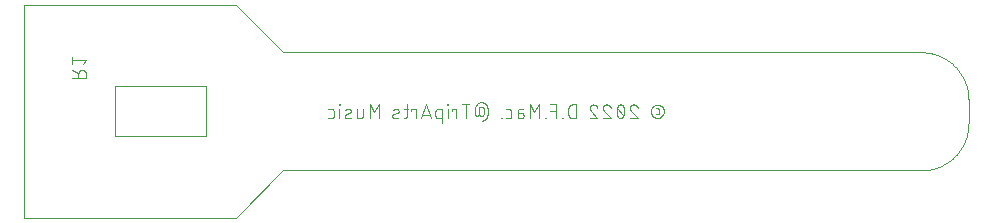
<source format=gbo>
G04 EAGLE Gerber RS-274X export*
G75*
%MOMM*%
%FSLAX34Y34*%
%LPD*%
%INSilk bottom*%
%IPPOS*%
%AMOC8*
5,1,8,0,0,1.08239X$1,22.5*%
G01*
%ADD10C,0.000000*%
%ADD11C,0.101600*%


D10*
X0Y0D02*
X180000Y0D01*
X220000Y40000D02*
X760000Y40000D01*
X760967Y40012D01*
X761933Y40047D01*
X762897Y40105D01*
X763861Y40187D01*
X764821Y40292D01*
X765780Y40420D01*
X766734Y40571D01*
X767685Y40745D01*
X768631Y40942D01*
X769573Y41162D01*
X770508Y41405D01*
X771438Y41670D01*
X772361Y41958D01*
X773276Y42268D01*
X774184Y42599D01*
X775084Y42953D01*
X775975Y43328D01*
X776856Y43725D01*
X777728Y44143D01*
X778589Y44582D01*
X779439Y45041D01*
X780278Y45521D01*
X781106Y46021D01*
X781921Y46541D01*
X782723Y47081D01*
X783511Y47639D01*
X784287Y48217D01*
X785047Y48813D01*
X785794Y49427D01*
X786525Y50060D01*
X787241Y50709D01*
X787940Y51376D01*
X788624Y52060D01*
X789291Y52759D01*
X789940Y53475D01*
X790573Y54206D01*
X791187Y54953D01*
X791783Y55713D01*
X792361Y56489D01*
X792919Y57277D01*
X793459Y58079D01*
X793979Y58894D01*
X794479Y59722D01*
X794959Y60561D01*
X795418Y61411D01*
X795857Y62272D01*
X796275Y63144D01*
X796672Y64025D01*
X797047Y64916D01*
X797401Y65816D01*
X797732Y66724D01*
X798042Y67639D01*
X798330Y68562D01*
X798595Y69492D01*
X798838Y70427D01*
X799058Y71369D01*
X799255Y72315D01*
X799429Y73266D01*
X799580Y74220D01*
X799708Y75179D01*
X799813Y76139D01*
X799895Y77103D01*
X799953Y78067D01*
X799988Y79033D01*
X800000Y80000D01*
X800000Y100000D01*
X799988Y100967D01*
X799953Y101933D01*
X799895Y102897D01*
X799813Y103861D01*
X799708Y104821D01*
X799580Y105780D01*
X799429Y106734D01*
X799255Y107685D01*
X799058Y108631D01*
X798838Y109573D01*
X798595Y110508D01*
X798330Y111438D01*
X798042Y112361D01*
X797732Y113276D01*
X797401Y114184D01*
X797047Y115084D01*
X796672Y115975D01*
X796275Y116856D01*
X795857Y117728D01*
X795418Y118589D01*
X794959Y119439D01*
X794479Y120278D01*
X793979Y121106D01*
X793459Y121921D01*
X792919Y122723D01*
X792361Y123511D01*
X791783Y124287D01*
X791187Y125047D01*
X790573Y125794D01*
X789940Y126525D01*
X789291Y127241D01*
X788624Y127940D01*
X787940Y128624D01*
X787241Y129291D01*
X786525Y129940D01*
X785794Y130573D01*
X785047Y131187D01*
X784287Y131783D01*
X783511Y132361D01*
X782723Y132919D01*
X781921Y133459D01*
X781106Y133979D01*
X780278Y134479D01*
X779439Y134959D01*
X778589Y135418D01*
X777728Y135857D01*
X776856Y136275D01*
X775975Y136672D01*
X775084Y137047D01*
X774184Y137401D01*
X773276Y137732D01*
X772361Y138042D01*
X771438Y138330D01*
X770508Y138595D01*
X769573Y138838D01*
X768631Y139058D01*
X767685Y139255D01*
X766734Y139429D01*
X765780Y139580D01*
X764821Y139708D01*
X763861Y139813D01*
X762897Y139895D01*
X761933Y139953D01*
X760967Y139988D01*
X760000Y140000D01*
X220000Y140000D01*
X180000Y180000D02*
X0Y180000D01*
X0Y0D01*
X180000Y180000D02*
X220000Y140000D01*
X220000Y40000D02*
X180000Y0D01*
D11*
X531007Y90000D02*
X531009Y90147D01*
X531015Y90294D01*
X531025Y90440D01*
X531038Y90586D01*
X531056Y90732D01*
X531077Y90878D01*
X531103Y91022D01*
X531132Y91166D01*
X531165Y91309D01*
X531201Y91452D01*
X531242Y91593D01*
X531286Y91733D01*
X531334Y91872D01*
X531386Y92009D01*
X531441Y92145D01*
X531500Y92280D01*
X531562Y92413D01*
X531628Y92544D01*
X531698Y92673D01*
X531771Y92801D01*
X531847Y92926D01*
X531927Y93050D01*
X532009Y93171D01*
X532095Y93290D01*
X532185Y93407D01*
X532277Y93521D01*
X532372Y93633D01*
X532470Y93742D01*
X532571Y93849D01*
X532675Y93953D01*
X532782Y94054D01*
X532891Y94152D01*
X533003Y94247D01*
X533117Y94339D01*
X533234Y94429D01*
X533353Y94515D01*
X533474Y94597D01*
X533598Y94677D01*
X533723Y94753D01*
X533851Y94826D01*
X533980Y94896D01*
X534111Y94962D01*
X534244Y95024D01*
X534379Y95083D01*
X534515Y95138D01*
X534652Y95190D01*
X534791Y95238D01*
X534931Y95282D01*
X535072Y95323D01*
X535215Y95359D01*
X535358Y95392D01*
X535502Y95421D01*
X535646Y95447D01*
X535792Y95468D01*
X535938Y95486D01*
X536084Y95499D01*
X536230Y95509D01*
X536377Y95515D01*
X536524Y95517D01*
X536671Y95515D01*
X536818Y95509D01*
X536964Y95499D01*
X537110Y95486D01*
X537256Y95468D01*
X537402Y95447D01*
X537546Y95421D01*
X537690Y95392D01*
X537833Y95359D01*
X537976Y95323D01*
X538117Y95282D01*
X538257Y95238D01*
X538396Y95190D01*
X538533Y95138D01*
X538669Y95083D01*
X538804Y95024D01*
X538937Y94962D01*
X539068Y94896D01*
X539197Y94826D01*
X539325Y94753D01*
X539450Y94677D01*
X539574Y94597D01*
X539695Y94515D01*
X539814Y94429D01*
X539931Y94339D01*
X540045Y94247D01*
X540157Y94152D01*
X540266Y94054D01*
X540373Y93953D01*
X540477Y93849D01*
X540578Y93742D01*
X540676Y93633D01*
X540771Y93521D01*
X540863Y93407D01*
X540953Y93290D01*
X541039Y93171D01*
X541121Y93050D01*
X541201Y92926D01*
X541277Y92801D01*
X541350Y92673D01*
X541420Y92544D01*
X541486Y92413D01*
X541548Y92280D01*
X541607Y92145D01*
X541662Y92009D01*
X541714Y91872D01*
X541762Y91733D01*
X541806Y91593D01*
X541847Y91452D01*
X541883Y91309D01*
X541916Y91166D01*
X541945Y91022D01*
X541971Y90878D01*
X541992Y90732D01*
X542010Y90586D01*
X542023Y90440D01*
X542033Y90294D01*
X542039Y90147D01*
X542041Y90000D01*
X542039Y89853D01*
X542033Y89706D01*
X542023Y89560D01*
X542010Y89414D01*
X541992Y89268D01*
X541971Y89122D01*
X541945Y88978D01*
X541916Y88834D01*
X541883Y88691D01*
X541847Y88548D01*
X541806Y88407D01*
X541762Y88267D01*
X541714Y88128D01*
X541662Y87991D01*
X541607Y87855D01*
X541548Y87720D01*
X541486Y87587D01*
X541420Y87456D01*
X541350Y87327D01*
X541277Y87199D01*
X541201Y87074D01*
X541121Y86950D01*
X541039Y86829D01*
X540953Y86710D01*
X540863Y86593D01*
X540771Y86479D01*
X540676Y86367D01*
X540578Y86258D01*
X540477Y86151D01*
X540373Y86047D01*
X540266Y85946D01*
X540157Y85848D01*
X540045Y85753D01*
X539931Y85661D01*
X539814Y85571D01*
X539695Y85485D01*
X539574Y85403D01*
X539450Y85323D01*
X539325Y85247D01*
X539197Y85174D01*
X539068Y85104D01*
X538937Y85038D01*
X538804Y84976D01*
X538669Y84917D01*
X538533Y84862D01*
X538396Y84810D01*
X538257Y84762D01*
X538117Y84718D01*
X537976Y84677D01*
X537833Y84641D01*
X537690Y84608D01*
X537546Y84579D01*
X537402Y84553D01*
X537256Y84532D01*
X537110Y84514D01*
X536964Y84501D01*
X536818Y84491D01*
X536671Y84485D01*
X536524Y84483D01*
X536377Y84485D01*
X536230Y84491D01*
X536084Y84501D01*
X535938Y84514D01*
X535792Y84532D01*
X535646Y84553D01*
X535502Y84579D01*
X535358Y84608D01*
X535215Y84641D01*
X535072Y84677D01*
X534931Y84718D01*
X534791Y84762D01*
X534652Y84810D01*
X534515Y84862D01*
X534379Y84917D01*
X534244Y84976D01*
X534111Y85038D01*
X533980Y85104D01*
X533851Y85174D01*
X533723Y85247D01*
X533598Y85323D01*
X533474Y85403D01*
X533353Y85485D01*
X533234Y85571D01*
X533117Y85661D01*
X533003Y85753D01*
X532891Y85848D01*
X532782Y85946D01*
X532675Y86047D01*
X532571Y86151D01*
X532470Y86258D01*
X532372Y86367D01*
X532277Y86479D01*
X532185Y86593D01*
X532095Y86710D01*
X532009Y86829D01*
X531927Y86950D01*
X531847Y87074D01*
X531771Y87199D01*
X531698Y87327D01*
X531628Y87456D01*
X531562Y87587D01*
X531500Y87720D01*
X531441Y87855D01*
X531386Y87991D01*
X531334Y88128D01*
X531286Y88267D01*
X531242Y88407D01*
X531201Y88548D01*
X531165Y88691D01*
X531132Y88834D01*
X531103Y88978D01*
X531077Y89122D01*
X531056Y89268D01*
X531038Y89414D01*
X531025Y89560D01*
X531015Y89706D01*
X531009Y89853D01*
X531007Y90000D01*
X535226Y87404D02*
X536849Y87404D01*
X536919Y87406D01*
X536989Y87412D01*
X537059Y87421D01*
X537128Y87434D01*
X537196Y87451D01*
X537263Y87472D01*
X537329Y87496D01*
X537394Y87524D01*
X537457Y87555D01*
X537518Y87590D01*
X537577Y87628D01*
X537635Y87669D01*
X537689Y87713D01*
X537742Y87760D01*
X537791Y87809D01*
X537838Y87862D01*
X537882Y87916D01*
X537923Y87974D01*
X537961Y88033D01*
X537996Y88094D01*
X538027Y88157D01*
X538055Y88222D01*
X538079Y88288D01*
X538100Y88355D01*
X538117Y88423D01*
X538130Y88492D01*
X538139Y88562D01*
X538145Y88632D01*
X538147Y88702D01*
X538147Y91298D01*
X538145Y91368D01*
X538139Y91438D01*
X538130Y91508D01*
X538117Y91577D01*
X538100Y91645D01*
X538079Y91712D01*
X538055Y91778D01*
X538027Y91843D01*
X537996Y91906D01*
X537961Y91967D01*
X537923Y92026D01*
X537882Y92084D01*
X537838Y92138D01*
X537791Y92191D01*
X537742Y92240D01*
X537689Y92287D01*
X537635Y92331D01*
X537577Y92372D01*
X537518Y92410D01*
X537457Y92445D01*
X537394Y92476D01*
X537329Y92504D01*
X537263Y92528D01*
X537196Y92549D01*
X537128Y92566D01*
X537059Y92579D01*
X536989Y92588D01*
X536919Y92594D01*
X536849Y92596D01*
X535226Y92596D01*
X516388Y95842D02*
X516281Y95840D01*
X516175Y95834D01*
X516069Y95824D01*
X515963Y95811D01*
X515857Y95793D01*
X515753Y95772D01*
X515649Y95747D01*
X515546Y95718D01*
X515445Y95686D01*
X515345Y95649D01*
X515246Y95609D01*
X515148Y95566D01*
X515052Y95519D01*
X514958Y95468D01*
X514866Y95414D01*
X514776Y95357D01*
X514688Y95297D01*
X514603Y95233D01*
X514520Y95166D01*
X514439Y95096D01*
X514361Y95024D01*
X514285Y94948D01*
X514213Y94870D01*
X514143Y94789D01*
X514076Y94706D01*
X514012Y94621D01*
X513952Y94533D01*
X513895Y94443D01*
X513841Y94351D01*
X513790Y94257D01*
X513743Y94161D01*
X513700Y94063D01*
X513660Y93964D01*
X513623Y93864D01*
X513591Y93763D01*
X513562Y93660D01*
X513537Y93556D01*
X513516Y93452D01*
X513498Y93346D01*
X513485Y93240D01*
X513475Y93134D01*
X513469Y93028D01*
X513467Y92921D01*
X516388Y95842D02*
X516509Y95840D01*
X516630Y95834D01*
X516750Y95824D01*
X516871Y95811D01*
X516990Y95793D01*
X517110Y95772D01*
X517228Y95747D01*
X517345Y95718D01*
X517462Y95685D01*
X517577Y95649D01*
X517691Y95608D01*
X517804Y95565D01*
X517916Y95517D01*
X518025Y95466D01*
X518133Y95411D01*
X518240Y95353D01*
X518344Y95292D01*
X518446Y95227D01*
X518546Y95159D01*
X518644Y95088D01*
X518740Y95014D01*
X518833Y94937D01*
X518923Y94856D01*
X519011Y94773D01*
X519096Y94687D01*
X519179Y94598D01*
X519258Y94507D01*
X519335Y94413D01*
X519408Y94317D01*
X519478Y94219D01*
X519545Y94118D01*
X519609Y94015D01*
X519670Y93910D01*
X519727Y93803D01*
X519780Y93695D01*
X519830Y93585D01*
X519876Y93473D01*
X519919Y93360D01*
X519958Y93245D01*
X514441Y90649D02*
X514362Y90727D01*
X514286Y90807D01*
X514213Y90890D01*
X514143Y90976D01*
X514076Y91063D01*
X514012Y91154D01*
X513952Y91246D01*
X513894Y91340D01*
X513840Y91437D01*
X513790Y91535D01*
X513743Y91635D01*
X513699Y91736D01*
X513659Y91839D01*
X513623Y91944D01*
X513591Y92049D01*
X513562Y92156D01*
X513537Y92263D01*
X513515Y92372D01*
X513498Y92481D01*
X513484Y92590D01*
X513475Y92700D01*
X513469Y92811D01*
X513467Y92921D01*
X514440Y90649D02*
X519958Y84158D01*
X513467Y84158D01*
X508528Y90000D02*
X508525Y90230D01*
X508517Y90460D01*
X508503Y90689D01*
X508484Y90918D01*
X508459Y91147D01*
X508429Y91375D01*
X508394Y91602D01*
X508353Y91828D01*
X508307Y92053D01*
X508255Y92277D01*
X508198Y92500D01*
X508136Y92721D01*
X508068Y92941D01*
X507995Y93159D01*
X507917Y93375D01*
X507834Y93589D01*
X507746Y93802D01*
X507653Y94012D01*
X507554Y94219D01*
X507521Y94309D01*
X507485Y94398D01*
X507445Y94486D01*
X507401Y94571D01*
X507354Y94655D01*
X507304Y94737D01*
X507250Y94817D01*
X507194Y94894D01*
X507134Y94970D01*
X507071Y95043D01*
X507006Y95113D01*
X506937Y95181D01*
X506866Y95245D01*
X506793Y95307D01*
X506717Y95366D01*
X506639Y95422D01*
X506558Y95475D01*
X506476Y95524D01*
X506392Y95570D01*
X506305Y95613D01*
X506218Y95652D01*
X506128Y95688D01*
X506038Y95720D01*
X505946Y95748D01*
X505853Y95773D01*
X505759Y95794D01*
X505665Y95811D01*
X505570Y95825D01*
X505474Y95834D01*
X505378Y95840D01*
X505282Y95842D01*
X505186Y95840D01*
X505090Y95834D01*
X504994Y95825D01*
X504899Y95811D01*
X504805Y95794D01*
X504711Y95773D01*
X504618Y95748D01*
X504526Y95720D01*
X504436Y95688D01*
X504346Y95652D01*
X504259Y95613D01*
X504172Y95570D01*
X504088Y95524D01*
X504006Y95475D01*
X503925Y95422D01*
X503847Y95366D01*
X503771Y95307D01*
X503698Y95245D01*
X503627Y95181D01*
X503558Y95113D01*
X503493Y95043D01*
X503430Y94970D01*
X503370Y94895D01*
X503314Y94817D01*
X503260Y94737D01*
X503210Y94655D01*
X503163Y94571D01*
X503120Y94486D01*
X503079Y94398D01*
X503043Y94309D01*
X503010Y94219D01*
X503011Y94219D02*
X502912Y94011D01*
X502819Y93801D01*
X502731Y93589D01*
X502648Y93375D01*
X502570Y93158D01*
X502497Y92940D01*
X502429Y92721D01*
X502367Y92499D01*
X502310Y92277D01*
X502258Y92053D01*
X502212Y91828D01*
X502171Y91602D01*
X502136Y91374D01*
X502106Y91147D01*
X502081Y90918D01*
X502062Y90689D01*
X502048Y90460D01*
X502040Y90230D01*
X502037Y90000D01*
X508528Y90000D02*
X508525Y89770D01*
X508517Y89540D01*
X508503Y89311D01*
X508484Y89082D01*
X508459Y88853D01*
X508429Y88625D01*
X508394Y88398D01*
X508353Y88172D01*
X508307Y87947D01*
X508255Y87723D01*
X508198Y87500D01*
X508136Y87279D01*
X508068Y87059D01*
X507995Y86841D01*
X507917Y86625D01*
X507834Y86411D01*
X507746Y86199D01*
X507653Y85988D01*
X507554Y85781D01*
X507521Y85691D01*
X507485Y85602D01*
X507444Y85514D01*
X507401Y85429D01*
X507354Y85345D01*
X507304Y85263D01*
X507250Y85183D01*
X507194Y85106D01*
X507134Y85030D01*
X507071Y84957D01*
X507006Y84887D01*
X506937Y84819D01*
X506866Y84755D01*
X506793Y84693D01*
X506717Y84634D01*
X506639Y84578D01*
X506558Y84525D01*
X506476Y84476D01*
X506392Y84430D01*
X506305Y84387D01*
X506218Y84348D01*
X506128Y84312D01*
X506038Y84280D01*
X505946Y84252D01*
X505853Y84227D01*
X505759Y84206D01*
X505665Y84189D01*
X505570Y84175D01*
X505474Y84166D01*
X505378Y84160D01*
X505282Y84158D01*
X503011Y85781D02*
X502912Y85988D01*
X502819Y86199D01*
X502731Y86411D01*
X502648Y86625D01*
X502570Y86841D01*
X502497Y87059D01*
X502429Y87279D01*
X502367Y87500D01*
X502310Y87723D01*
X502258Y87947D01*
X502212Y88172D01*
X502171Y88398D01*
X502136Y88625D01*
X502106Y88853D01*
X502081Y89082D01*
X502062Y89311D01*
X502048Y89540D01*
X502040Y89770D01*
X502037Y90000D01*
X503010Y85781D02*
X503043Y85691D01*
X503079Y85602D01*
X503120Y85514D01*
X503163Y85429D01*
X503210Y85345D01*
X503260Y85263D01*
X503314Y85183D01*
X503370Y85105D01*
X503430Y85030D01*
X503493Y84957D01*
X503558Y84887D01*
X503627Y84819D01*
X503698Y84755D01*
X503771Y84693D01*
X503847Y84634D01*
X503925Y84578D01*
X504006Y84525D01*
X504088Y84476D01*
X504172Y84430D01*
X504259Y84387D01*
X504346Y84348D01*
X504436Y84312D01*
X504526Y84280D01*
X504618Y84252D01*
X504711Y84227D01*
X504805Y84206D01*
X504899Y84189D01*
X504994Y84175D01*
X505090Y84166D01*
X505186Y84160D01*
X505282Y84158D01*
X507879Y86754D02*
X502686Y93246D01*
X493528Y95842D02*
X493421Y95840D01*
X493315Y95834D01*
X493209Y95824D01*
X493103Y95811D01*
X492997Y95793D01*
X492893Y95772D01*
X492789Y95747D01*
X492686Y95718D01*
X492585Y95686D01*
X492485Y95649D01*
X492386Y95609D01*
X492288Y95566D01*
X492192Y95519D01*
X492098Y95468D01*
X492006Y95414D01*
X491916Y95357D01*
X491828Y95297D01*
X491743Y95233D01*
X491660Y95166D01*
X491579Y95096D01*
X491501Y95024D01*
X491425Y94948D01*
X491353Y94870D01*
X491283Y94789D01*
X491216Y94706D01*
X491152Y94621D01*
X491092Y94533D01*
X491035Y94443D01*
X490981Y94351D01*
X490930Y94257D01*
X490883Y94161D01*
X490840Y94063D01*
X490800Y93964D01*
X490763Y93864D01*
X490731Y93763D01*
X490702Y93660D01*
X490677Y93556D01*
X490656Y93452D01*
X490638Y93346D01*
X490625Y93240D01*
X490615Y93134D01*
X490609Y93028D01*
X490607Y92921D01*
X493528Y95842D02*
X493649Y95840D01*
X493770Y95834D01*
X493890Y95824D01*
X494011Y95811D01*
X494130Y95793D01*
X494250Y95772D01*
X494368Y95747D01*
X494485Y95718D01*
X494602Y95685D01*
X494717Y95649D01*
X494831Y95608D01*
X494944Y95565D01*
X495056Y95517D01*
X495165Y95466D01*
X495273Y95411D01*
X495380Y95353D01*
X495484Y95292D01*
X495586Y95227D01*
X495686Y95159D01*
X495784Y95088D01*
X495880Y95014D01*
X495973Y94937D01*
X496063Y94856D01*
X496151Y94773D01*
X496236Y94687D01*
X496319Y94598D01*
X496398Y94507D01*
X496475Y94413D01*
X496548Y94317D01*
X496618Y94219D01*
X496685Y94118D01*
X496749Y94015D01*
X496810Y93910D01*
X496867Y93803D01*
X496920Y93695D01*
X496970Y93585D01*
X497016Y93473D01*
X497059Y93360D01*
X497098Y93245D01*
X491581Y90649D02*
X491502Y90727D01*
X491426Y90807D01*
X491353Y90890D01*
X491283Y90976D01*
X491216Y91063D01*
X491152Y91154D01*
X491092Y91246D01*
X491034Y91340D01*
X490980Y91437D01*
X490930Y91535D01*
X490883Y91635D01*
X490839Y91736D01*
X490799Y91839D01*
X490763Y91944D01*
X490731Y92049D01*
X490702Y92156D01*
X490677Y92263D01*
X490655Y92372D01*
X490638Y92481D01*
X490624Y92590D01*
X490615Y92700D01*
X490609Y92811D01*
X490607Y92921D01*
X491581Y90649D02*
X497098Y84158D01*
X490607Y84158D01*
X479177Y92921D02*
X479179Y93028D01*
X479185Y93134D01*
X479195Y93240D01*
X479208Y93346D01*
X479226Y93452D01*
X479247Y93556D01*
X479272Y93660D01*
X479301Y93763D01*
X479333Y93864D01*
X479370Y93964D01*
X479410Y94063D01*
X479453Y94161D01*
X479500Y94257D01*
X479551Y94351D01*
X479605Y94443D01*
X479662Y94533D01*
X479722Y94621D01*
X479786Y94706D01*
X479853Y94789D01*
X479923Y94870D01*
X479995Y94948D01*
X480071Y95024D01*
X480149Y95096D01*
X480230Y95166D01*
X480313Y95233D01*
X480398Y95297D01*
X480486Y95357D01*
X480576Y95414D01*
X480668Y95468D01*
X480762Y95519D01*
X480858Y95566D01*
X480956Y95609D01*
X481055Y95649D01*
X481155Y95686D01*
X481256Y95718D01*
X481359Y95747D01*
X481463Y95772D01*
X481567Y95793D01*
X481673Y95811D01*
X481779Y95824D01*
X481885Y95834D01*
X481991Y95840D01*
X482098Y95842D01*
X482219Y95840D01*
X482340Y95834D01*
X482460Y95824D01*
X482581Y95811D01*
X482700Y95793D01*
X482820Y95772D01*
X482938Y95747D01*
X483055Y95718D01*
X483172Y95685D01*
X483287Y95649D01*
X483401Y95608D01*
X483514Y95565D01*
X483626Y95517D01*
X483735Y95466D01*
X483843Y95411D01*
X483950Y95353D01*
X484054Y95292D01*
X484156Y95227D01*
X484256Y95159D01*
X484354Y95088D01*
X484450Y95014D01*
X484543Y94937D01*
X484633Y94856D01*
X484721Y94773D01*
X484806Y94687D01*
X484889Y94598D01*
X484968Y94507D01*
X485045Y94413D01*
X485118Y94317D01*
X485188Y94219D01*
X485255Y94118D01*
X485319Y94015D01*
X485380Y93910D01*
X485437Y93803D01*
X485490Y93695D01*
X485540Y93585D01*
X485586Y93473D01*
X485629Y93360D01*
X485668Y93245D01*
X480151Y90649D02*
X480072Y90727D01*
X479996Y90807D01*
X479923Y90890D01*
X479853Y90976D01*
X479786Y91063D01*
X479722Y91154D01*
X479662Y91246D01*
X479604Y91340D01*
X479550Y91437D01*
X479500Y91535D01*
X479453Y91635D01*
X479409Y91736D01*
X479369Y91839D01*
X479333Y91944D01*
X479301Y92049D01*
X479272Y92156D01*
X479247Y92263D01*
X479225Y92372D01*
X479208Y92481D01*
X479194Y92590D01*
X479185Y92700D01*
X479179Y92811D01*
X479177Y92921D01*
X480151Y90649D02*
X485668Y84158D01*
X479177Y84158D01*
X467761Y84158D02*
X467761Y95842D01*
X464516Y95842D01*
X464403Y95840D01*
X464290Y95834D01*
X464177Y95824D01*
X464064Y95810D01*
X463952Y95793D01*
X463841Y95771D01*
X463731Y95746D01*
X463621Y95716D01*
X463513Y95683D01*
X463406Y95646D01*
X463300Y95606D01*
X463196Y95561D01*
X463093Y95513D01*
X462992Y95462D01*
X462893Y95407D01*
X462796Y95349D01*
X462701Y95287D01*
X462608Y95222D01*
X462518Y95154D01*
X462430Y95083D01*
X462344Y95008D01*
X462261Y94931D01*
X462181Y94851D01*
X462104Y94768D01*
X462029Y94682D01*
X461958Y94594D01*
X461890Y94504D01*
X461825Y94411D01*
X461763Y94316D01*
X461705Y94219D01*
X461650Y94120D01*
X461599Y94019D01*
X461551Y93916D01*
X461506Y93812D01*
X461466Y93706D01*
X461429Y93599D01*
X461396Y93491D01*
X461366Y93381D01*
X461341Y93271D01*
X461319Y93160D01*
X461302Y93048D01*
X461288Y92935D01*
X461278Y92822D01*
X461272Y92709D01*
X461270Y92596D01*
X461270Y87404D01*
X461272Y87291D01*
X461278Y87178D01*
X461288Y87065D01*
X461302Y86952D01*
X461319Y86840D01*
X461341Y86729D01*
X461366Y86619D01*
X461396Y86509D01*
X461429Y86401D01*
X461466Y86294D01*
X461506Y86188D01*
X461551Y86084D01*
X461599Y85981D01*
X461650Y85880D01*
X461705Y85781D01*
X461763Y85684D01*
X461825Y85589D01*
X461890Y85496D01*
X461958Y85406D01*
X462029Y85318D01*
X462104Y85232D01*
X462181Y85149D01*
X462261Y85069D01*
X462344Y84992D01*
X462430Y84917D01*
X462518Y84846D01*
X462608Y84778D01*
X462701Y84713D01*
X462796Y84651D01*
X462893Y84593D01*
X462992Y84538D01*
X463093Y84487D01*
X463196Y84439D01*
X463300Y84394D01*
X463406Y84354D01*
X463513Y84317D01*
X463621Y84284D01*
X463731Y84254D01*
X463841Y84229D01*
X463952Y84207D01*
X464064Y84190D01*
X464177Y84176D01*
X464290Y84166D01*
X464403Y84160D01*
X464516Y84158D01*
X467761Y84158D01*
X456458Y84158D02*
X456458Y84807D01*
X455809Y84807D01*
X455809Y84158D01*
X456458Y84158D01*
X450975Y84158D02*
X450975Y95842D01*
X445782Y95842D01*
X445782Y90649D02*
X450975Y90649D01*
X441980Y84807D02*
X441980Y84158D01*
X441980Y84807D02*
X441331Y84807D01*
X441331Y84158D01*
X441980Y84158D01*
X436406Y84158D02*
X436406Y95842D01*
X432512Y89351D01*
X428617Y95842D01*
X428617Y84158D01*
X421084Y88702D02*
X418163Y88702D01*
X421084Y88702D02*
X421178Y88700D01*
X421272Y88694D01*
X421365Y88685D01*
X421458Y88671D01*
X421550Y88654D01*
X421642Y88632D01*
X421732Y88608D01*
X421822Y88579D01*
X421910Y88547D01*
X421997Y88511D01*
X422082Y88471D01*
X422165Y88428D01*
X422247Y88382D01*
X422327Y88332D01*
X422404Y88279D01*
X422479Y88223D01*
X422552Y88164D01*
X422623Y88102D01*
X422691Y88037D01*
X422756Y87969D01*
X422818Y87898D01*
X422877Y87825D01*
X422933Y87750D01*
X422986Y87673D01*
X423036Y87593D01*
X423082Y87511D01*
X423125Y87428D01*
X423165Y87343D01*
X423201Y87256D01*
X423233Y87168D01*
X423262Y87078D01*
X423286Y86988D01*
X423308Y86896D01*
X423325Y86804D01*
X423339Y86711D01*
X423348Y86618D01*
X423354Y86524D01*
X423356Y86430D01*
X423354Y86336D01*
X423348Y86242D01*
X423339Y86149D01*
X423325Y86056D01*
X423308Y85964D01*
X423286Y85872D01*
X423262Y85782D01*
X423233Y85692D01*
X423201Y85604D01*
X423165Y85517D01*
X423125Y85432D01*
X423082Y85349D01*
X423036Y85267D01*
X422986Y85187D01*
X422933Y85110D01*
X422877Y85035D01*
X422818Y84962D01*
X422756Y84891D01*
X422691Y84823D01*
X422623Y84758D01*
X422552Y84696D01*
X422479Y84637D01*
X422404Y84581D01*
X422327Y84528D01*
X422247Y84478D01*
X422165Y84432D01*
X422082Y84389D01*
X421997Y84349D01*
X421910Y84313D01*
X421822Y84281D01*
X421732Y84252D01*
X421642Y84228D01*
X421550Y84206D01*
X421458Y84189D01*
X421365Y84175D01*
X421272Y84166D01*
X421178Y84160D01*
X421084Y84158D01*
X418163Y84158D01*
X418163Y90000D01*
X418165Y90087D01*
X418171Y90175D01*
X418181Y90261D01*
X418194Y90348D01*
X418212Y90433D01*
X418233Y90518D01*
X418258Y90602D01*
X418287Y90684D01*
X418320Y90765D01*
X418356Y90845D01*
X418395Y90923D01*
X418439Y90999D01*
X418485Y91073D01*
X418535Y91144D01*
X418588Y91214D01*
X418644Y91281D01*
X418703Y91346D01*
X418765Y91407D01*
X418829Y91466D01*
X418896Y91522D01*
X418966Y91575D01*
X419037Y91625D01*
X419111Y91671D01*
X419187Y91715D01*
X419265Y91754D01*
X419345Y91790D01*
X419426Y91823D01*
X419508Y91852D01*
X419592Y91877D01*
X419677Y91898D01*
X419762Y91916D01*
X419849Y91929D01*
X419936Y91939D01*
X420023Y91945D01*
X420110Y91947D01*
X422707Y91947D01*
X411049Y84158D02*
X408453Y84158D01*
X411049Y84158D02*
X411136Y84160D01*
X411224Y84166D01*
X411310Y84176D01*
X411397Y84189D01*
X411482Y84207D01*
X411567Y84228D01*
X411651Y84253D01*
X411733Y84282D01*
X411814Y84315D01*
X411894Y84351D01*
X411972Y84390D01*
X412048Y84434D01*
X412122Y84480D01*
X412193Y84530D01*
X412263Y84583D01*
X412330Y84639D01*
X412394Y84698D01*
X412456Y84760D01*
X412515Y84824D01*
X412571Y84891D01*
X412624Y84961D01*
X412674Y85032D01*
X412720Y85106D01*
X412764Y85182D01*
X412803Y85260D01*
X412839Y85340D01*
X412872Y85421D01*
X412901Y85503D01*
X412926Y85587D01*
X412947Y85672D01*
X412965Y85757D01*
X412978Y85844D01*
X412988Y85930D01*
X412994Y86018D01*
X412996Y86105D01*
X412997Y86105D02*
X412997Y90000D01*
X412996Y90000D02*
X412994Y90087D01*
X412988Y90175D01*
X412978Y90261D01*
X412965Y90348D01*
X412947Y90433D01*
X412926Y90518D01*
X412901Y90602D01*
X412872Y90684D01*
X412839Y90765D01*
X412803Y90845D01*
X412764Y90923D01*
X412720Y90999D01*
X412674Y91073D01*
X412624Y91144D01*
X412571Y91214D01*
X412515Y91281D01*
X412456Y91345D01*
X412394Y91407D01*
X412330Y91466D01*
X412263Y91522D01*
X412193Y91575D01*
X412122Y91625D01*
X412048Y91671D01*
X411972Y91715D01*
X411894Y91754D01*
X411814Y91790D01*
X411733Y91823D01*
X411651Y91852D01*
X411567Y91877D01*
X411482Y91898D01*
X411397Y91916D01*
X411310Y91929D01*
X411224Y91939D01*
X411136Y91945D01*
X411049Y91947D01*
X408453Y91947D01*
X404642Y84807D02*
X404642Y84158D01*
X404642Y84807D02*
X403993Y84807D01*
X403993Y84158D01*
X404642Y84158D01*
X387554Y93895D02*
X385606Y93895D01*
X387554Y93894D02*
X387641Y93892D01*
X387729Y93886D01*
X387815Y93876D01*
X387902Y93863D01*
X387987Y93845D01*
X388072Y93824D01*
X388156Y93799D01*
X388238Y93770D01*
X388319Y93737D01*
X388399Y93701D01*
X388477Y93662D01*
X388553Y93618D01*
X388627Y93572D01*
X388698Y93522D01*
X388768Y93469D01*
X388835Y93413D01*
X388899Y93354D01*
X388961Y93292D01*
X389020Y93228D01*
X389076Y93161D01*
X389129Y93091D01*
X389179Y93020D01*
X389225Y92946D01*
X389269Y92870D01*
X389308Y92792D01*
X389344Y92712D01*
X389377Y92631D01*
X389406Y92549D01*
X389431Y92465D01*
X389452Y92380D01*
X389470Y92295D01*
X389483Y92208D01*
X389493Y92122D01*
X389499Y92034D01*
X389501Y91947D01*
X389501Y88053D01*
X389499Y87966D01*
X389493Y87878D01*
X389483Y87792D01*
X389470Y87705D01*
X389452Y87620D01*
X389431Y87535D01*
X389406Y87451D01*
X389377Y87369D01*
X389344Y87288D01*
X389308Y87208D01*
X389269Y87130D01*
X389225Y87054D01*
X389179Y86980D01*
X389129Y86909D01*
X389076Y86839D01*
X389020Y86772D01*
X388961Y86708D01*
X388899Y86646D01*
X388835Y86587D01*
X388768Y86531D01*
X388698Y86478D01*
X388627Y86428D01*
X388553Y86382D01*
X388477Y86338D01*
X388399Y86299D01*
X388319Y86263D01*
X388238Y86230D01*
X388156Y86201D01*
X388072Y86176D01*
X387987Y86155D01*
X387902Y86137D01*
X387815Y86124D01*
X387729Y86114D01*
X387641Y86108D01*
X387554Y86106D01*
X387467Y86108D01*
X387379Y86114D01*
X387293Y86124D01*
X387206Y86137D01*
X387121Y86155D01*
X387036Y86176D01*
X386952Y86201D01*
X386870Y86230D01*
X386789Y86263D01*
X386709Y86299D01*
X386631Y86338D01*
X386555Y86382D01*
X386481Y86428D01*
X386410Y86478D01*
X386340Y86531D01*
X386273Y86587D01*
X386209Y86646D01*
X386147Y86708D01*
X386088Y86772D01*
X386032Y86839D01*
X385979Y86909D01*
X385929Y86980D01*
X385883Y87054D01*
X385839Y87130D01*
X385800Y87208D01*
X385764Y87288D01*
X385731Y87369D01*
X385702Y87451D01*
X385677Y87535D01*
X385656Y87620D01*
X385638Y87705D01*
X385625Y87792D01*
X385615Y87878D01*
X385609Y87966D01*
X385607Y88053D01*
X385606Y87728D02*
X385606Y93895D01*
X385607Y87728D02*
X385605Y87648D01*
X385599Y87569D01*
X385589Y87490D01*
X385576Y87411D01*
X385558Y87334D01*
X385537Y87257D01*
X385512Y87181D01*
X385483Y87107D01*
X385451Y87034D01*
X385415Y86963D01*
X385376Y86894D01*
X385333Y86826D01*
X385288Y86761D01*
X385239Y86698D01*
X385187Y86638D01*
X385132Y86580D01*
X385074Y86525D01*
X385014Y86473D01*
X384951Y86424D01*
X384886Y86379D01*
X384818Y86336D01*
X384749Y86297D01*
X384678Y86261D01*
X384605Y86229D01*
X384531Y86200D01*
X384455Y86175D01*
X384378Y86154D01*
X384301Y86136D01*
X384222Y86123D01*
X384143Y86113D01*
X384064Y86107D01*
X383984Y86105D01*
X383904Y86107D01*
X383825Y86113D01*
X383746Y86123D01*
X383667Y86136D01*
X383590Y86154D01*
X383513Y86175D01*
X383437Y86200D01*
X383363Y86229D01*
X383290Y86261D01*
X383219Y86297D01*
X383150Y86336D01*
X383082Y86379D01*
X383017Y86424D01*
X382954Y86473D01*
X382894Y86525D01*
X382836Y86580D01*
X382781Y86638D01*
X382729Y86698D01*
X382680Y86761D01*
X382635Y86826D01*
X382592Y86894D01*
X382553Y86963D01*
X382517Y87034D01*
X382485Y87107D01*
X382456Y87181D01*
X382431Y87257D01*
X382410Y87334D01*
X382392Y87411D01*
X382379Y87490D01*
X382369Y87569D01*
X382363Y87648D01*
X382361Y87728D01*
X382361Y92596D01*
X382363Y92739D01*
X382369Y92882D01*
X382379Y93025D01*
X382393Y93167D01*
X382410Y93309D01*
X382432Y93451D01*
X382457Y93592D01*
X382487Y93732D01*
X382520Y93871D01*
X382557Y94009D01*
X382598Y94146D01*
X382642Y94282D01*
X382691Y94417D01*
X382743Y94550D01*
X382798Y94682D01*
X382858Y94812D01*
X382921Y94941D01*
X382987Y95068D01*
X383057Y95193D01*
X383130Y95315D01*
X383207Y95436D01*
X383287Y95555D01*
X383370Y95671D01*
X383456Y95786D01*
X383545Y95897D01*
X383638Y96007D01*
X383733Y96113D01*
X383832Y96217D01*
X383933Y96318D01*
X384037Y96417D01*
X384143Y96512D01*
X384253Y96605D01*
X384364Y96694D01*
X384479Y96780D01*
X384595Y96863D01*
X384714Y96943D01*
X384835Y97020D01*
X384958Y97093D01*
X385082Y97163D01*
X385209Y97229D01*
X385338Y97292D01*
X385468Y97352D01*
X385600Y97407D01*
X385733Y97459D01*
X385868Y97508D01*
X386004Y97552D01*
X386141Y97593D01*
X386279Y97630D01*
X386418Y97663D01*
X386558Y97693D01*
X386699Y97718D01*
X386841Y97740D01*
X386983Y97757D01*
X387125Y97771D01*
X387268Y97781D01*
X387411Y97787D01*
X387554Y97789D01*
X387697Y97787D01*
X387840Y97781D01*
X387983Y97771D01*
X388125Y97757D01*
X388267Y97740D01*
X388409Y97718D01*
X388550Y97693D01*
X388690Y97663D01*
X388829Y97630D01*
X388967Y97593D01*
X389104Y97552D01*
X389240Y97508D01*
X389375Y97459D01*
X389508Y97407D01*
X389640Y97352D01*
X389770Y97292D01*
X389899Y97229D01*
X390026Y97163D01*
X390151Y97093D01*
X390273Y97020D01*
X390394Y96943D01*
X390513Y96863D01*
X390629Y96780D01*
X390744Y96694D01*
X390855Y96605D01*
X390965Y96512D01*
X391071Y96417D01*
X391175Y96318D01*
X391276Y96217D01*
X391375Y96113D01*
X391470Y96007D01*
X391563Y95897D01*
X391652Y95786D01*
X391738Y95671D01*
X391821Y95555D01*
X391901Y95436D01*
X391978Y95315D01*
X392051Y95193D01*
X392121Y95068D01*
X392187Y94941D01*
X392250Y94812D01*
X392310Y94682D01*
X392365Y94550D01*
X392417Y94417D01*
X392466Y94282D01*
X392510Y94146D01*
X392551Y94009D01*
X392588Y93871D01*
X392621Y93732D01*
X392651Y93592D01*
X392676Y93451D01*
X392698Y93309D01*
X392715Y93167D01*
X392729Y93025D01*
X392739Y92882D01*
X392745Y92739D01*
X392747Y92596D01*
X392747Y87079D01*
X392745Y86941D01*
X392739Y86803D01*
X392729Y86665D01*
X392716Y86527D01*
X392698Y86390D01*
X392677Y86253D01*
X392651Y86117D01*
X392622Y85982D01*
X392589Y85848D01*
X392552Y85715D01*
X392512Y85582D01*
X392468Y85451D01*
X392420Y85322D01*
X392368Y85193D01*
X392313Y85067D01*
X392254Y84941D01*
X392192Y84818D01*
X392126Y84696D01*
X392057Y84577D01*
X391984Y84459D01*
X391908Y84343D01*
X391829Y84230D01*
X391747Y84119D01*
X391661Y84010D01*
X391573Y83904D01*
X391481Y83800D01*
X391387Y83699D01*
X391290Y83601D01*
X391190Y83505D01*
X391087Y83412D01*
X390982Y83323D01*
X390874Y83236D01*
X390764Y83152D01*
X390652Y83072D01*
X390537Y82994D01*
X390420Y82920D01*
X390302Y82850D01*
X390181Y82782D01*
X390058Y82719D01*
X389934Y82658D01*
X389808Y82601D01*
X389680Y82548D01*
X389551Y82499D01*
X389420Y82453D01*
X389289Y82411D01*
X389156Y82372D01*
X389022Y82338D01*
X388887Y82307D01*
X388752Y82280D01*
X388615Y82257D01*
X388478Y82237D01*
X388341Y82222D01*
X388203Y82211D01*
X374219Y84158D02*
X374219Y95842D01*
X377464Y95842D02*
X370973Y95842D01*
X366462Y91947D02*
X366462Y84158D01*
X366462Y91947D02*
X362567Y91947D01*
X362567Y90649D01*
X358979Y91947D02*
X358979Y84158D01*
X359303Y95193D02*
X359303Y95842D01*
X358654Y95842D01*
X358654Y95193D01*
X359303Y95193D01*
X353896Y91947D02*
X353896Y80263D01*
X353896Y91947D02*
X350651Y91947D01*
X350564Y91945D01*
X350476Y91939D01*
X350390Y91929D01*
X350303Y91916D01*
X350218Y91898D01*
X350133Y91877D01*
X350049Y91852D01*
X349967Y91823D01*
X349886Y91790D01*
X349806Y91754D01*
X349728Y91715D01*
X349652Y91671D01*
X349578Y91625D01*
X349507Y91575D01*
X349437Y91522D01*
X349370Y91466D01*
X349306Y91407D01*
X349244Y91346D01*
X349185Y91281D01*
X349129Y91214D01*
X349076Y91144D01*
X349026Y91073D01*
X348980Y90999D01*
X348937Y90923D01*
X348897Y90845D01*
X348861Y90765D01*
X348828Y90684D01*
X348799Y90602D01*
X348774Y90518D01*
X348753Y90433D01*
X348735Y90348D01*
X348722Y90261D01*
X348712Y90175D01*
X348706Y90087D01*
X348704Y90000D01*
X348703Y90000D02*
X348703Y86105D01*
X348704Y86105D02*
X348706Y86018D01*
X348712Y85930D01*
X348722Y85844D01*
X348735Y85757D01*
X348753Y85672D01*
X348774Y85587D01*
X348799Y85503D01*
X348828Y85421D01*
X348861Y85340D01*
X348897Y85260D01*
X348936Y85182D01*
X348980Y85106D01*
X349026Y85032D01*
X349076Y84961D01*
X349129Y84891D01*
X349185Y84824D01*
X349244Y84759D01*
X349306Y84698D01*
X349370Y84639D01*
X349437Y84583D01*
X349507Y84530D01*
X349578Y84480D01*
X349652Y84434D01*
X349728Y84390D01*
X349806Y84351D01*
X349886Y84315D01*
X349967Y84282D01*
X350049Y84253D01*
X350133Y84228D01*
X350218Y84207D01*
X350303Y84189D01*
X350390Y84176D01*
X350477Y84166D01*
X350564Y84160D01*
X350651Y84158D01*
X353896Y84158D01*
X344585Y84158D02*
X340691Y95842D01*
X336796Y84158D01*
X337770Y87079D02*
X343612Y87079D01*
X332172Y84158D02*
X332172Y91947D01*
X328277Y91947D01*
X328277Y90649D01*
X325585Y91947D02*
X321691Y91947D01*
X324287Y95842D02*
X324287Y86105D01*
X324285Y86018D01*
X324279Y85930D01*
X324269Y85844D01*
X324256Y85757D01*
X324238Y85672D01*
X324217Y85587D01*
X324192Y85503D01*
X324163Y85421D01*
X324130Y85340D01*
X324094Y85260D01*
X324055Y85182D01*
X324011Y85106D01*
X323965Y85032D01*
X323915Y84961D01*
X323862Y84891D01*
X323806Y84824D01*
X323747Y84760D01*
X323685Y84698D01*
X323621Y84639D01*
X323554Y84583D01*
X323484Y84530D01*
X323413Y84480D01*
X323339Y84434D01*
X323263Y84390D01*
X323185Y84351D01*
X323105Y84315D01*
X323024Y84282D01*
X322942Y84253D01*
X322858Y84228D01*
X322773Y84207D01*
X322688Y84189D01*
X322601Y84176D01*
X322515Y84166D01*
X322427Y84160D01*
X322340Y84158D01*
X321691Y84158D01*
X316406Y88702D02*
X313160Y87404D01*
X316406Y88701D02*
X316481Y88734D01*
X316555Y88770D01*
X316627Y88809D01*
X316697Y88852D01*
X316764Y88898D01*
X316830Y88948D01*
X316892Y89000D01*
X316953Y89056D01*
X317010Y89114D01*
X317065Y89175D01*
X317116Y89239D01*
X317164Y89305D01*
X317209Y89374D01*
X317251Y89444D01*
X317289Y89517D01*
X317324Y89591D01*
X317355Y89667D01*
X317382Y89744D01*
X317405Y89823D01*
X317425Y89902D01*
X317440Y89983D01*
X317452Y90064D01*
X317460Y90146D01*
X317464Y90227D01*
X317463Y90309D01*
X317459Y90391D01*
X317451Y90473D01*
X317439Y90554D01*
X317423Y90634D01*
X317403Y90714D01*
X317379Y90792D01*
X317351Y90869D01*
X317320Y90945D01*
X317285Y91019D01*
X317247Y91091D01*
X317205Y91162D01*
X317159Y91230D01*
X317111Y91296D01*
X317059Y91359D01*
X317004Y91420D01*
X316946Y91478D01*
X316886Y91534D01*
X316823Y91586D01*
X316757Y91635D01*
X316689Y91681D01*
X316619Y91723D01*
X316547Y91763D01*
X316473Y91798D01*
X316398Y91830D01*
X316321Y91858D01*
X316243Y91882D01*
X316163Y91903D01*
X316083Y91920D01*
X316002Y91932D01*
X315921Y91941D01*
X315839Y91946D01*
X315757Y91947D01*
X315580Y91943D01*
X315403Y91934D01*
X315226Y91920D01*
X315049Y91903D01*
X314874Y91881D01*
X314698Y91856D01*
X314524Y91825D01*
X314350Y91791D01*
X314177Y91753D01*
X314005Y91710D01*
X313834Y91663D01*
X313664Y91613D01*
X313495Y91558D01*
X313328Y91499D01*
X313163Y91436D01*
X312998Y91369D01*
X312836Y91298D01*
X313160Y87404D02*
X313085Y87371D01*
X313011Y87335D01*
X312939Y87296D01*
X312869Y87253D01*
X312802Y87207D01*
X312736Y87157D01*
X312674Y87105D01*
X312613Y87049D01*
X312556Y86991D01*
X312501Y86930D01*
X312450Y86866D01*
X312402Y86800D01*
X312357Y86731D01*
X312315Y86661D01*
X312277Y86588D01*
X312242Y86514D01*
X312211Y86438D01*
X312184Y86361D01*
X312161Y86282D01*
X312141Y86203D01*
X312126Y86122D01*
X312114Y86041D01*
X312106Y85959D01*
X312102Y85878D01*
X312103Y85796D01*
X312107Y85714D01*
X312115Y85632D01*
X312127Y85551D01*
X312143Y85471D01*
X312163Y85391D01*
X312187Y85313D01*
X312215Y85236D01*
X312246Y85160D01*
X312281Y85086D01*
X312319Y85014D01*
X312361Y84943D01*
X312407Y84875D01*
X312455Y84809D01*
X312507Y84746D01*
X312562Y84685D01*
X312620Y84627D01*
X312680Y84571D01*
X312743Y84519D01*
X312809Y84470D01*
X312877Y84424D01*
X312947Y84382D01*
X313019Y84342D01*
X313093Y84307D01*
X313168Y84275D01*
X313245Y84247D01*
X313323Y84223D01*
X313403Y84202D01*
X313483Y84185D01*
X313564Y84173D01*
X313645Y84164D01*
X313727Y84159D01*
X313809Y84158D01*
X314069Y84165D01*
X314329Y84178D01*
X314589Y84197D01*
X314848Y84222D01*
X315107Y84254D01*
X315364Y84291D01*
X315621Y84335D01*
X315877Y84384D01*
X316131Y84440D01*
X316384Y84501D01*
X316635Y84569D01*
X316885Y84643D01*
X317133Y84722D01*
X317379Y84807D01*
X300770Y84158D02*
X300770Y95842D01*
X296876Y89351D01*
X292981Y95842D01*
X292981Y84158D01*
X287280Y86105D02*
X287280Y91947D01*
X287280Y86105D02*
X287278Y86018D01*
X287272Y85930D01*
X287262Y85844D01*
X287249Y85757D01*
X287231Y85672D01*
X287210Y85587D01*
X287185Y85503D01*
X287156Y85421D01*
X287123Y85340D01*
X287087Y85260D01*
X287048Y85182D01*
X287004Y85106D01*
X286958Y85032D01*
X286908Y84961D01*
X286855Y84891D01*
X286799Y84824D01*
X286740Y84760D01*
X286678Y84698D01*
X286614Y84639D01*
X286547Y84583D01*
X286477Y84530D01*
X286406Y84480D01*
X286332Y84434D01*
X286256Y84390D01*
X286178Y84351D01*
X286098Y84315D01*
X286017Y84282D01*
X285935Y84253D01*
X285851Y84228D01*
X285766Y84207D01*
X285681Y84189D01*
X285594Y84176D01*
X285508Y84166D01*
X285420Y84160D01*
X285333Y84158D01*
X282087Y84158D01*
X282087Y91947D01*
X276020Y88702D02*
X272774Y87404D01*
X276020Y88701D02*
X276095Y88734D01*
X276169Y88770D01*
X276241Y88809D01*
X276311Y88852D01*
X276378Y88898D01*
X276444Y88948D01*
X276506Y89000D01*
X276567Y89056D01*
X276624Y89114D01*
X276679Y89175D01*
X276730Y89239D01*
X276778Y89305D01*
X276823Y89374D01*
X276865Y89444D01*
X276903Y89517D01*
X276938Y89591D01*
X276969Y89667D01*
X276996Y89744D01*
X277019Y89823D01*
X277039Y89902D01*
X277054Y89983D01*
X277066Y90064D01*
X277074Y90146D01*
X277078Y90227D01*
X277077Y90309D01*
X277073Y90391D01*
X277065Y90473D01*
X277053Y90554D01*
X277037Y90634D01*
X277017Y90714D01*
X276993Y90792D01*
X276965Y90869D01*
X276934Y90945D01*
X276899Y91019D01*
X276861Y91091D01*
X276819Y91162D01*
X276773Y91230D01*
X276725Y91296D01*
X276673Y91359D01*
X276618Y91420D01*
X276560Y91478D01*
X276500Y91534D01*
X276437Y91586D01*
X276371Y91635D01*
X276303Y91681D01*
X276233Y91723D01*
X276161Y91763D01*
X276087Y91798D01*
X276012Y91830D01*
X275935Y91858D01*
X275857Y91882D01*
X275777Y91903D01*
X275697Y91920D01*
X275616Y91932D01*
X275535Y91941D01*
X275453Y91946D01*
X275371Y91947D01*
X275194Y91943D01*
X275017Y91934D01*
X274840Y91920D01*
X274663Y91903D01*
X274488Y91881D01*
X274312Y91856D01*
X274138Y91825D01*
X273964Y91791D01*
X273791Y91753D01*
X273619Y91710D01*
X273448Y91663D01*
X273278Y91613D01*
X273109Y91558D01*
X272942Y91499D01*
X272777Y91436D01*
X272612Y91369D01*
X272450Y91298D01*
X272774Y87404D02*
X272699Y87371D01*
X272625Y87335D01*
X272553Y87296D01*
X272483Y87253D01*
X272416Y87207D01*
X272350Y87157D01*
X272288Y87105D01*
X272227Y87049D01*
X272170Y86991D01*
X272115Y86930D01*
X272064Y86866D01*
X272016Y86800D01*
X271971Y86731D01*
X271929Y86661D01*
X271891Y86588D01*
X271856Y86514D01*
X271825Y86438D01*
X271798Y86361D01*
X271775Y86282D01*
X271755Y86203D01*
X271740Y86122D01*
X271728Y86041D01*
X271720Y85959D01*
X271716Y85878D01*
X271717Y85796D01*
X271721Y85714D01*
X271729Y85632D01*
X271741Y85551D01*
X271757Y85471D01*
X271777Y85391D01*
X271801Y85313D01*
X271829Y85236D01*
X271860Y85160D01*
X271895Y85086D01*
X271933Y85014D01*
X271975Y84943D01*
X272021Y84875D01*
X272069Y84809D01*
X272121Y84746D01*
X272176Y84685D01*
X272234Y84627D01*
X272294Y84571D01*
X272357Y84519D01*
X272423Y84470D01*
X272491Y84424D01*
X272561Y84382D01*
X272633Y84342D01*
X272707Y84307D01*
X272782Y84275D01*
X272859Y84247D01*
X272937Y84223D01*
X273017Y84202D01*
X273097Y84185D01*
X273178Y84173D01*
X273259Y84164D01*
X273341Y84159D01*
X273423Y84158D01*
X273683Y84165D01*
X273943Y84178D01*
X274203Y84197D01*
X274462Y84222D01*
X274721Y84254D01*
X274978Y84291D01*
X275235Y84335D01*
X275491Y84384D01*
X275745Y84440D01*
X275998Y84501D01*
X276249Y84569D01*
X276499Y84643D01*
X276747Y84722D01*
X276993Y84807D01*
X267158Y84158D02*
X267158Y91947D01*
X267482Y95193D02*
X267482Y95842D01*
X266833Y95842D01*
X266833Y95193D01*
X267482Y95193D01*
X260555Y84158D02*
X257958Y84158D01*
X260555Y84158D02*
X260642Y84160D01*
X260730Y84166D01*
X260816Y84176D01*
X260903Y84189D01*
X260988Y84207D01*
X261073Y84228D01*
X261157Y84253D01*
X261239Y84282D01*
X261320Y84315D01*
X261400Y84351D01*
X261478Y84390D01*
X261554Y84434D01*
X261628Y84480D01*
X261699Y84530D01*
X261769Y84583D01*
X261836Y84639D01*
X261900Y84698D01*
X261962Y84760D01*
X262021Y84824D01*
X262077Y84891D01*
X262130Y84961D01*
X262180Y85032D01*
X262226Y85106D01*
X262270Y85182D01*
X262309Y85260D01*
X262345Y85340D01*
X262378Y85421D01*
X262407Y85503D01*
X262432Y85587D01*
X262453Y85672D01*
X262471Y85757D01*
X262484Y85844D01*
X262494Y85930D01*
X262500Y86018D01*
X262502Y86105D01*
X262502Y90000D01*
X262500Y90087D01*
X262494Y90175D01*
X262484Y90261D01*
X262471Y90348D01*
X262453Y90433D01*
X262432Y90518D01*
X262407Y90602D01*
X262378Y90684D01*
X262345Y90765D01*
X262309Y90845D01*
X262270Y90923D01*
X262226Y90999D01*
X262180Y91073D01*
X262130Y91144D01*
X262077Y91214D01*
X262021Y91281D01*
X261962Y91345D01*
X261900Y91407D01*
X261836Y91466D01*
X261769Y91522D01*
X261699Y91575D01*
X261628Y91625D01*
X261554Y91671D01*
X261478Y91715D01*
X261400Y91754D01*
X261320Y91790D01*
X261239Y91823D01*
X261157Y91852D01*
X261073Y91877D01*
X260988Y91898D01*
X260903Y91916D01*
X260816Y91929D01*
X260730Y91939D01*
X260642Y91945D01*
X260555Y91947D01*
X257958Y91947D01*
X52852Y118555D02*
X41168Y118555D01*
X52852Y118555D02*
X52852Y121800D01*
X52850Y121913D01*
X52844Y122026D01*
X52834Y122139D01*
X52820Y122252D01*
X52803Y122364D01*
X52781Y122475D01*
X52756Y122585D01*
X52726Y122695D01*
X52693Y122803D01*
X52656Y122910D01*
X52616Y123016D01*
X52571Y123120D01*
X52523Y123223D01*
X52472Y123324D01*
X52417Y123423D01*
X52359Y123520D01*
X52297Y123615D01*
X52232Y123708D01*
X52164Y123798D01*
X52093Y123886D01*
X52018Y123972D01*
X51941Y124055D01*
X51861Y124135D01*
X51778Y124212D01*
X51692Y124287D01*
X51604Y124358D01*
X51514Y124426D01*
X51421Y124491D01*
X51326Y124553D01*
X51229Y124611D01*
X51130Y124666D01*
X51029Y124717D01*
X50926Y124765D01*
X50822Y124810D01*
X50716Y124850D01*
X50609Y124887D01*
X50501Y124920D01*
X50391Y124950D01*
X50281Y124975D01*
X50170Y124997D01*
X50058Y125014D01*
X49945Y125028D01*
X49832Y125038D01*
X49719Y125044D01*
X49606Y125046D01*
X49493Y125044D01*
X49380Y125038D01*
X49267Y125028D01*
X49154Y125014D01*
X49042Y124997D01*
X48931Y124975D01*
X48821Y124950D01*
X48711Y124920D01*
X48603Y124887D01*
X48496Y124850D01*
X48390Y124810D01*
X48286Y124765D01*
X48183Y124717D01*
X48082Y124666D01*
X47983Y124611D01*
X47886Y124553D01*
X47791Y124491D01*
X47698Y124426D01*
X47608Y124358D01*
X47520Y124287D01*
X47434Y124212D01*
X47351Y124135D01*
X47271Y124055D01*
X47194Y123972D01*
X47119Y123886D01*
X47048Y123798D01*
X46980Y123708D01*
X46915Y123615D01*
X46853Y123520D01*
X46795Y123423D01*
X46740Y123324D01*
X46689Y123223D01*
X46641Y123120D01*
X46596Y123016D01*
X46556Y122910D01*
X46519Y122803D01*
X46486Y122695D01*
X46456Y122585D01*
X46431Y122475D01*
X46409Y122364D01*
X46392Y122252D01*
X46378Y122139D01*
X46368Y122026D01*
X46362Y121913D01*
X46360Y121800D01*
X46361Y121800D02*
X46361Y118555D01*
X46361Y122449D02*
X41168Y125046D01*
X50256Y129911D02*
X52852Y133156D01*
X41168Y133156D01*
X41168Y129911D02*
X41168Y136402D01*
D10*
X77620Y69150D02*
X154620Y69150D01*
X154620Y111150D01*
X77620Y111150D01*
X77620Y69150D01*
M02*

</source>
